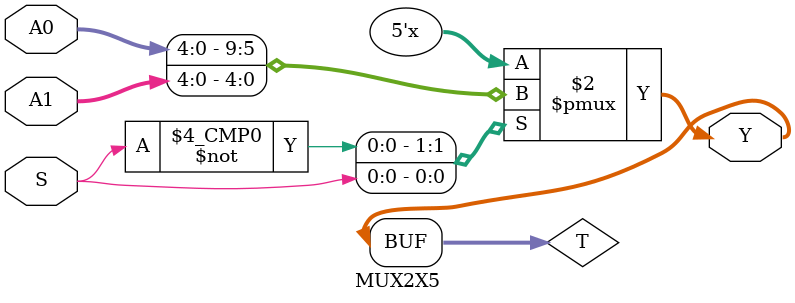
<source format=v>
`timescale 1ns / 1ps
module MUX2X5(A0,A1,S,Y
    );
	input[4:0] A0,A1;
	input S;
	output[4:0] Y;
	reg[4:0] T;
	always @(*) begin
	case(S)
		1'b0:T=A0;
		1'b1:T=A1;
	endcase
	end
	assign Y=T;
endmodule


</source>
